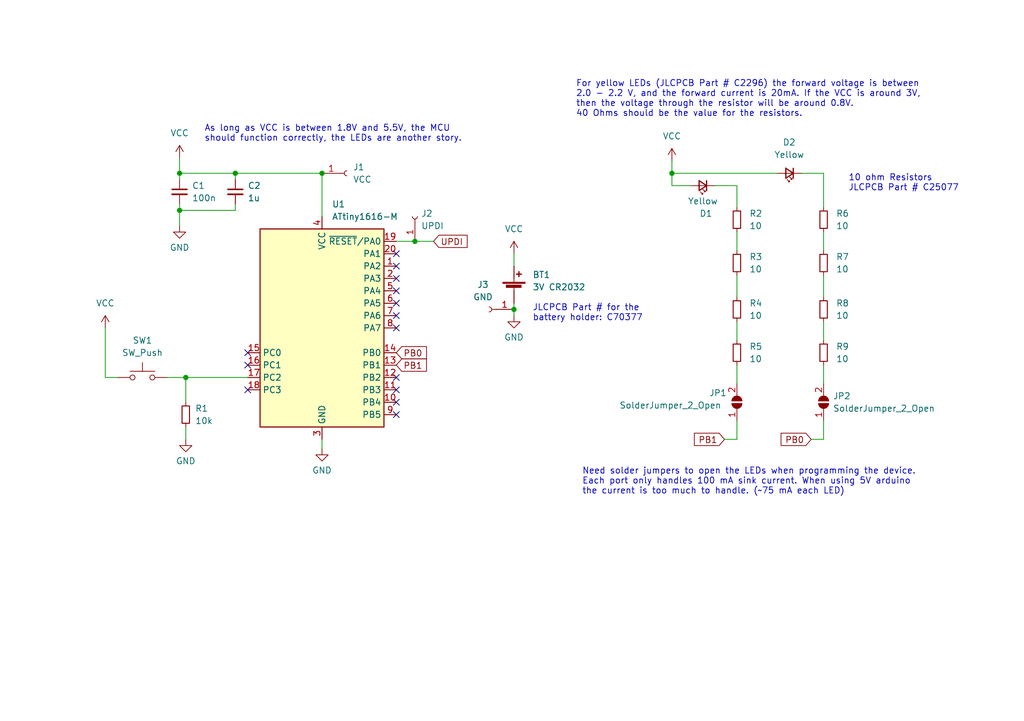
<source format=kicad_sch>
(kicad_sch (version 20211123) (generator eeschema)
  (paper "A5")
  (title_block (title "tiny-osean") (date "2022-06-20") (rev "A") (company "gluonsmx"))
  (lib_symbols
    (symbol "Connector:Conn_01x01_Female" (pin_names (offset 1.016) hide)
      (property "Reference" "J" (at 0 2.54 0))
      (property "Value" "Conn_01x01_Female" (at 0 -2.54 0))
      (symbol "Conn_01x01_Female_1_1"
        (polyline (pts (xy -1.27 0) (xy -0.508 0)) (stroke (width 0.1524)))
        (arc (start 0 0.508) (mid -0.508 0) (end 0 -0.508) (stroke (width 0.1524)))
        (pin passive line (at -5.08 0 0) (length 3.81) (name "Pin_1") (number "1"))
      )
    )
    (symbol "Device:Battery_Cell" (pin_numbers hide) (pin_names (offset 0) hide)
      (property "Reference" "BT" (at 2.54 2.54 0))
      (property "Value" "Battery_Cell" (at 2.54 0 0))
      (symbol "Battery_Cell_0_1"
        (rectangle (start -2.286 1.778) (end 2.286 1.524) (fill (type outline)))
        (rectangle (start -1.5748 1.1938) (end 1.4732 0.6858) (fill (type outline)))
        (polyline (pts (xy 0 0.762) (xy 0 0)))
        (polyline (pts (xy 0 1.778) (xy 0 2.54)))
        (polyline (pts (xy 0.508 3.429) (xy 1.524 3.429)) (stroke (width 0.254)))
        (polyline (pts (xy 1.016 3.937) (xy 1.016 2.921)) (stroke (width 0.254)))
      )
      (symbol "Battery_Cell_1_1"
        (pin passive line (at 0 5.08 270) (length 2.54) (name "+") (number "1"))
        (pin passive line (at 0 -2.54 90) (length 2.54) (name "-") (number "2"))
      )
    )
    (symbol "Device:C_Small" (pin_numbers hide) (pin_names (offset 0.254) hide)
      (property "Reference" "C" (at 0.254 1.778 0))
      (property "Value" "C_Small" (at 0.254 -2.032 0))
      (symbol "C_Small_0_1"
        (polyline (pts (xy -1.524 -0.508) (xy 1.524 -0.508)) (stroke (width 0.3302)))
        (polyline (pts (xy -1.524 0.508) (xy 1.524 0.508)) (stroke (width 0.3048)))
      )
      (symbol "C_Small_1_1"
        (pin passive line (at 0 2.54 270) (length 2.032) (name "~") (number "1"))
        (pin passive line (at 0 -2.54 90) (length 2.032) (name "~") (number "2"))
      )
    )
    (symbol "Device:LED_Small" (pin_numbers hide) (pin_names (offset 0.254) hide)
      (property "Reference" "D" (at -1.27 3.175 0))
      (property "Value" "LED_Small" (at -4.445 -2.54 0))
      (symbol "LED_Small_0_1"
        (polyline (pts (xy -0.762 -1.016) (xy -0.762 1.016)) (stroke (width 0.254)))
        (polyline (pts (xy 1.016 0) (xy -0.762 0)))
        (polyline (pts (xy 0.762 -1.016) (xy -0.762 0) (xy 0.762 1.016) (xy 0.762 -1.016)) (stroke (width 0.254)))
        (polyline (pts (xy 0 0.762) (xy -0.508 1.27) (xy -0.254 1.27) (xy -0.508 1.27) (xy -0.508 1.016)))
        (polyline (pts (xy 0.508 1.27) (xy 0 1.778) (xy 0.254 1.778) (xy 0 1.778) (xy 0 1.524)))
      )
      (symbol "LED_Small_1_1"
        (pin passive line (at -2.54 0 0) (length 1.778) (name "K") (number "1"))
        (pin passive line (at 2.54 0 180) (length 1.778) (name "A") (number "2"))
      )
    )
    (symbol "Device:R_Small" (pin_numbers hide) (pin_names (offset 0.254) hide)
      (property "Reference" "R" (at 0.762 0.508 0))
      (property "Value" "R_Small" (at 0.762 -1.016 0))
      (symbol "R_Small_0_1"
        (rectangle (start -0.762 1.778) (end 0.762 -1.778) (stroke (width 0.2032)))
      )
      (symbol "R_Small_1_1"
        (pin passive line (at 0 2.54 270) (length 0.762) (name "~") (number "1"))
        (pin passive line (at 0 -2.54 90) (length 0.762) (name "~") (number "2"))
      )
    )
    (symbol "Jumper:SolderJumper_2_Open" (pin_names (offset 0) hide)
      (property "Reference" "JP" (at 0 2.032 0))
      (property "Value" "SolderJumper_2_Open" (at 0 -2.54 0))
      (symbol "SolderJumper_2_Open_0_1"
        (arc (start -0.254 1.016) (mid -1.27 0) (end -0.254 -1.016))
        (arc (start -0.254 1.016) (mid -1.27 0) (end -0.254 -1.016) (fill (type outline)))
        (polyline (pts (xy -0.254 1.016) (xy -0.254 -1.016)))
        (polyline (pts (xy 0.254 1.016) (xy 0.254 -1.016)))
        (arc (start 0.254 -1.016) (mid 1.27 0) (end 0.254 1.016))
        (arc (start 0.254 -1.016) (mid 1.27 0) (end 0.254 1.016) (fill (type outline)))
      )
      (symbol "SolderJumper_2_Open_1_1"
        (pin passive line (at -3.81 0 0) (length 2.54) (name "A") (number "1"))
        (pin passive line (at 3.81 0 180) (length 2.54) (name "B") (number "2"))
      )
    )
    (symbol "MCU_Microchip_ATtiny:ATtiny816-M"
      (property "Reference" "U" (at -12.7 21.59 0))
      (property "Value" "ATtiny816-M" (at 2.54 -21.59 0))
      (symbol "ATtiny816-M_0_1"
        (rectangle (start -12.7 -20.32) (end 12.7 20.32) (stroke (width 0.254)) (fill (type background)))
      )
      (symbol "ATtiny816-M_1_1"
        (pin bidirectional line (at 15.24 12.7 180) (length 2.54) (name "PA2") (number "1"))
        (pin bidirectional line (at 15.24 -15.24 180) (length 2.54) (name "PB4") (number "10"))
        (pin bidirectional line (at 15.24 -12.7 180) (length 2.54) (name "PB3") (number "11"))
        (pin bidirectional line (at 15.24 -10.16 180) (length 2.54) (name "PB2") (number "12"))
        (pin bidirectional line (at 15.24 -7.62 180) (length 2.54) (name "PB1") (number "13"))
        (pin bidirectional line (at 15.24 -5.08 180) (length 2.54) (name "PB0") (number "14"))
        (pin bidirectional line (at -15.24 -5.08 0) (length 2.54) (name "PC0") (number "15"))
        (pin bidirectional line (at -15.24 -7.62 0) (length 2.54) (name "PC1") (number "16"))
        (pin bidirectional line (at -15.24 -10.16 0) (length 2.54) (name "PC2") (number "17"))
        (pin bidirectional line (at -15.24 -12.7 0) (length 2.54) (name "PC3") (number "18"))
        (pin bidirectional line (at 15.24 17.78 180) (length 2.54) (name "~{RESET}/PA0") (number "19"))
        (pin bidirectional line (at 15.24 10.16 180) (length 2.54) (name "PA3") (number "2"))
        (pin bidirectional line (at 15.24 15.24 180) (length 2.54) (name "PA1") (number "20"))
        (pin passive line (at 0 -22.86 90) (length 2.54) hide (name "GND") (number "21"))
        (pin power_in line (at 0 -22.86 90) (length 2.54) (name "GND") (number "3"))
        (pin power_in line (at 0 22.86 270) (length 2.54) (name "VCC") (number "4"))
        (pin bidirectional line (at 15.24 7.62 180) (length 2.54) (name "PA4") (number "5"))
        (pin bidirectional line (at 15.24 5.08 180) (length 2.54) (name "PA5") (number "6"))
        (pin bidirectional line (at 15.24 2.54 180) (length 2.54) (name "PA6") (number "7"))
        (pin bidirectional line (at 15.24 0 180) (length 2.54) (name "PA7") (number "8"))
        (pin bidirectional line (at 15.24 -17.78 180) (length 2.54) (name "PB5") (number "9"))
      )
    )
    (symbol "Switch:SW_Push" (pin_numbers hide) (pin_names (offset 1.016) hide)
      (property "Reference" "SW" (at 1.27 2.54 0))
      (property "Value" "SW_Push" (at 0 -1.524 0))
      (symbol "SW_Push_0_1"
        (circle (center -2.032 0) (radius 0.508))
        (polyline (pts (xy 0 1.27) (xy 0 3.048)))
        (polyline (pts (xy 2.54 1.27) (xy -2.54 1.27)))
        (circle (center 2.032 0) (radius 0.508))
        (pin passive line (at -5.08 0 0) (length 2.54) (name "1") (number "1"))
        (pin passive line (at 5.08 0 180) (length 2.54) (name "2") (number "2"))
      )
    )
    (symbol "power:GND" (power) (pin_names (offset 0))
      (property "Value" "GND" (at 0 -3.81 0))
      (symbol "GND_0_1"
        (polyline (pts (xy 0 0) (xy 0 -1.27) (xy 1.27 -1.27) (xy 0 -2.54) (xy -1.27 -1.27) (xy 0 -1.27)))
      )
      (symbol "GND_1_1"
        (pin power_in line (at 0 0 270) (length 0) hide (name "GND") (number "1"))
      )
    )
    (symbol "power:VCC" (power) (pin_names (offset 0))
      (property "Value" "VCC" (at 0 3.81 0))
      (symbol "VCC_0_1"
        (polyline (pts (xy -0.762 1.27) (xy 0 2.54)))
        (polyline (pts (xy 0 0) (xy 0 2.54)))
        (polyline (pts (xy 0 2.54) (xy 0.762 1.27)))
      )
      (symbol "VCC_1_1"
        (pin power_in line (at 0 0 90) (length 0) hide (name "VCC") (number "1"))
      )
    )
  )
  (junction (at 38.1 77.47))
  (junction (at 36.83 43.18))
  (junction (at 137.795 35.56))
  (junction (at 48.26 35.56))
  (junction (at 36.83 35.56))
  (junction (at 66.04 35.56))
  (junction (at 85.09 49.53))
  (junction (at 105.41 63.5))
  (no_connect (at 50.8 74.93))
  (no_connect (at 50.8 72.39))
  (no_connect (at 50.8 80.01))
  (no_connect (at 81.28 57.15))
  (no_connect (at 81.28 52.07))
  (no_connect (at 81.28 54.61))
  (no_connect (at 81.28 77.47))
  (no_connect (at 81.28 85.09))
  (no_connect (at 81.28 80.01))
  (no_connect (at 81.28 82.55))
  (no_connect (at 81.28 67.31))
  (no_connect (at 81.28 59.69))
  (no_connect (at 81.28 62.23))
  (no_connect (at 81.28 64.77))
  (wire (pts (xy 36.83 32.385) (xy 36.83 35.56)))
  (wire (pts (xy 151.13 47.625) (xy 151.13 51.435)))
  (wire (pts (xy 36.83 41.91) (xy 36.83 43.18)))
  (wire (pts (xy 85.09 49.53) (xy 81.28 49.53)))
  (wire (pts (xy 36.83 35.56) (xy 48.26 35.56)))
  (wire (pts (xy 48.26 43.18) (xy 48.26 41.91)))
  (wire (pts (xy 151.13 86.36) (xy 151.13 90.17)))
  (wire (pts (xy 151.13 74.93) (xy 151.13 78.74)))
  (wire (pts (xy 105.41 63.5) (xy 105.41 64.77)))
  (wire (pts (xy 66.04 35.56) (xy 48.26 35.56)))
  (wire (pts (xy 168.91 86.36) (xy 168.91 90.17)))
  (wire (pts (xy 151.13 66.04) (xy 151.13 69.85)))
  (wire (pts (xy 66.04 90.17) (xy 66.04 92.075)))
  (wire (pts (xy 105.41 52.07) (xy 105.41 54.61)))
  (wire (pts (xy 36.83 43.18) (xy 36.83 46.355)))
  (wire (pts (xy 168.91 35.56) (xy 168.91 42.545)))
  (wire (pts (xy 146.685 38.1) (xy 151.13 38.1)))
  (wire (pts (xy 48.26 35.56) (xy 48.26 36.83)))
  (wire (pts (xy 36.83 36.83) (xy 36.83 35.56)))
  (wire (pts (xy 168.91 56.515) (xy 168.91 60.96)))
  (wire (pts (xy 137.795 38.1) (xy 137.795 35.56)))
  (wire (pts (xy 168.91 90.17) (xy 166.37 90.17)))
  (wire (pts (xy 105.41 62.23) (xy 105.41 63.5)))
  (wire (pts (xy 137.795 35.56) (xy 137.795 33.02)))
  (wire (pts (xy 168.91 74.93) (xy 168.91 78.74)))
  (wire (pts (xy 151.13 38.1) (xy 151.13 42.545)))
  (wire (pts (xy 151.13 90.17) (xy 148.59 90.17)))
  (wire (pts (xy 36.83 43.18) (xy 48.26 43.18)))
  (wire (pts (xy 168.91 47.625) (xy 168.91 51.435)))
  (wire (pts (xy 85.09 49.53) (xy 88.9 49.53)))
  (wire (pts (xy 66.04 44.45) (xy 66.04 35.56)))
  (wire (pts (xy 141.605 38.1) (xy 137.795 38.1)))
  (wire (pts (xy 38.1 82.55) (xy 38.1 77.47)))
  (wire (pts (xy 38.1 87.63) (xy 38.1 90.17)))
  (wire (pts (xy 21.59 67.31) (xy 21.59 77.47)))
  (wire (pts (xy 137.795 35.56) (xy 159.385 35.56)))
  (wire (pts (xy 168.91 66.04) (xy 168.91 69.85)))
  (wire (pts (xy 38.1 77.47) (xy 50.8 77.47)))
  (wire (pts (xy 21.59 77.47) (xy 24.13 77.47)))
  (wire (pts (xy 151.13 56.515) (xy 151.13 60.96)))
  (wire (pts (xy 34.29 77.47) (xy 38.1 77.47)))
  (wire (pts (xy 164.465 35.56) (xy 168.91 35.56)))
  (text "10 ohm Resistors\nJLCPCB Part # C25077" (at 173.99 39.37 0) (effects (font (size 1.27 1.27)) (justify left bottom)))
  (text "For yellow LEDs (JLCPCB Part # C2296) the forward voltage is between \n2.0 - 2.2 V, and the forward current is 20mA. If the VCC is around 3V, \nthen the voltage through the resistor will be around 0.8V.\n40 Ohms should be the value for the resistors." (at 118.11 24.13 0) (effects (font (size 1.27 1.27)) (justify left bottom)))
  (text "JLCPCB Part # for the \nbattery holder: C70377" (at 109.22 66.04 0) (effects (font (size 1.27 1.27)) (justify left bottom)))
  (text "As long as VCC is between 1.8V and 5.5V, the MCU\nshould function correctly, the LEDs are another story." (at 41.91 29.21 0) (effects (font (size 1.27 1.27)) (justify left bottom)))
  (text "Need solder jumpers to open the LEDs when programming the device.\nEach port only handles 100 mA sink current. When using 5V arduino\nthe current is too much to handle. (~75 mA each LED)" (at 119.38 101.6 0) (effects (font (size 1.27 1.27)) (justify left bottom)))
  (global_label "PB1" (shape input) (at 148.59 90.17 180) (property "Intersheet References" "${INTERSHEET_REFS}" (effects hide)))
  (global_label "PB1" (shape input) (at 81.28 74.93 0) (property "Intersheet References" "${INTERSHEET_REFS}" (effects hide)))
  (global_label "UPDI" (shape input) (at 88.9 49.53 0) (property "Intersheet References" "${INTERSHEET_REFS}" (effects hide)))
  (global_label "PB0" (shape input) (at 81.28 72.39 0) (property "Intersheet References" "${INTERSHEET_REFS}" (effects hide)))
  (global_label "PB0" (shape input) (at 166.37 90.17 180) (property "Intersheet References" "${INTERSHEET_REFS}" (effects hide)))
  (symbol (lib_id "Jumper:SolderJumper_2_Open") (at 168.91 82.55 90) (unit 1)
    (property "Reference" "JP2" (at 170.815 81.2799 90) (effects (justify right)))
    (property "Value" "SolderJumper_2_Open" (at 170.815 83.8199 90) (effects (justify right)))
    (property "Footprint" "Jumper:SolderJumper-2_P1.3mm_Open_TrianglePad1.0x1.5mm" (effects hide))
  )
  (symbol (lib_id "Switch:SW_Push") (at 29.21 77.47 0) (unit 1)
    (property "Reference" "SW1" (at 29.21 69.85 0))
    (property "Value" "SW_Push" (at 29.21 72.39 0))
    (property "Footprint" "Button_Switch_SMD:SW_Push_1P1T_NO_CK_KSC6xxJ" (effects hide))
    (property "LCSC" "C318884" (effects hide))
  )
  (symbol (lib_id "Device:C_Small") (at 36.83 39.37 0) (unit 1)
    (property "Reference" "C1" (at 39.37 38.1062 0) (effects (justify left)))
    (property "Value" "100n" (at 39.37 40.6462 0) (effects (justify left)))
    (property "Footprint" "Capacitor_SMD:C_0402_1005Metric" (effects hide))
    (property "LCSC" "C307331" (effects hide))
  )
  (symbol (lib_id "Device:R_Small") (at 168.91 72.39 0) (unit 1)
    (property "Reference" "R9" (at 171.45 71.1199 0) (effects (justify left)))
    (property "Value" "10" (at 171.45 73.6599 0) (effects (justify left)))
    (property "Footprint" "Resistor_SMD:R_0402_1005Metric" (effects hide))
    (property "LCSC" "C25077" (effects hide))
  )
  (symbol (lib_id "power:GND") (at 36.83 46.355 0) (unit 1)
    (property "Reference" "#PWR03" (effects hide))
    (property "Value" "GND" (at 36.83 50.8 0))
  )
  (symbol (lib_id "power:VCC") (at 21.59 67.31 0) (unit 1)
    (property "Reference" "#PWR01" (effects hide))
    (property "Value" "VCC" (at 21.59 62.23 0))
  )
  (symbol (lib_id "Device:Battery_Cell") (at 105.41 59.69 0) (unit 1)
    (property "Reference" "BT1" (at 109.22 56.3879 0) (effects (justify left)))
    (property "Value" "3V CR2032" (at 109.22 58.9279 0) (effects (justify left)))
    (property "Footprint" "tiny-osean:CR2032 Holder" (effects hide))
    (property "LCSC" "C70377" (effects hide))
  )
  (symbol (lib_id "Device:R_Small") (at 151.13 45.085 0) (unit 1)
    (property "Reference" "R2" (at 153.67 43.8149 0) (effects (justify left)))
    (property "Value" "10" (at 153.67 46.3549 0) (effects (justify left)))
    (property "Footprint" "Resistor_SMD:R_0402_1005Metric" (effects hide))
    (property "LCSC" "C25077" (effects hide))
  )
  (symbol (lib_id "Device:C_Small") (at 48.26 39.37 0) (unit 1)
    (property "Reference" "C2" (at 50.8 38.1062 0) (effects (justify left)))
    (property "Value" "1u" (at 50.8 40.6462 0) (effects (justify left)))
    (property "Footprint" "Capacitor_SMD:C_0603_1608Metric" (effects hide))
    (property "LCSC" "C15849" (effects hide))
  )
  (symbol (lib_id "MCU_Microchip_ATtiny:ATtiny816-M") (at 66.04 67.31 0) (unit 1)
    (property "Reference" "U1" (at 68.0594 41.91 0) (effects (justify left)))
    (property "Value" "ATtiny1616-M" (at 68.0594 44.45 0) (effects (justify left)))
    (property "Footprint" "Package_DFN_QFN:VQFN-20-1EP_3x3mm_P0.4mm_EP1.7x1.7mm" (effects hide))
    (property "Datasheet" "http://ww1.microchip.com/downloads/en/DeviceDoc/40001913A.pdf" (effects hide))
    (property "LCSC" "C507118" (effects hide))
  )
  (symbol (lib_id "power:VCC") (at 36.83 32.385 0) (unit 1)
    (property "Reference" "#PWR02" (effects hide))
    (property "Value" "VCC" (at 36.83 27.305 0))
  )
  (symbol (lib_id "power:GND") (at 38.1 90.17 0) (unit 1)
    (property "Reference" "#PWR04" (effects hide))
    (property "Value" "GND" (at 38.1 94.615 0))
  )
  (symbol (lib_id "Jumper:SolderJumper_2_Open") (at 151.13 82.55 90) (unit 1)
    (property "Reference" "JP1" (at 145.415 80.645 90) (effects (justify right)))
    (property "Value" "SolderJumper_2_Open" (at 127 83.185 90) (effects (justify right)))
    (property "Footprint" "Jumper:SolderJumper-2_P1.3mm_Open_TrianglePad1.0x1.5mm" (effects hide))
  )
  (symbol (lib_id "power:GND") (at 105.41 64.77 0) (unit 1)
    (property "Reference" "#PWR0102" (effects hide))
    (property "Value" "GND" (at 105.41 69.215 0))
  )
  (symbol (lib_id "Connector:Conn_01x01_Female") (at 85.09 44.45 90) (unit 1)
    (property "Reference" "J2" (at 86.36 43.8149 90) (effects (justify right)))
    (property "Value" "UPDI" (at 86.36 46.3549 90) (effects (justify right)))
    (property "Footprint" "Connector_PinHeader_2.54mm:PinHeader_1x01_P2.54mm_Vertical" (effects hide))
  )
  (symbol (lib_id "power:VCC") (at 105.41 52.07 0) (unit 1)
    (property "Reference" "#PWR0101" (effects hide))
    (property "Value" "VCC" (at 105.41 46.99 0))
  )
  (symbol (lib_id "Device:R_Small") (at 151.13 53.975 0) (unit 1)
    (property "Reference" "R3" (at 153.67 52.7049 0) (effects (justify left)))
    (property "Value" "10" (at 153.67 55.2449 0) (effects (justify left)))
    (property "Footprint" "Resistor_SMD:R_0402_1005Metric" (effects hide))
    (property "LCSC" "C25077" (effects hide))
  )
  (symbol (lib_id "Connector:Conn_01x01_Female") (at 100.33 63.5 180) (unit 1)
    (property "Reference" "J3" (at 99.06 58.42 0))
    (property "Value" "GND" (at 99.06 60.96 0))
    (property "Footprint" "Connector_PinHeader_2.54mm:PinHeader_1x01_P2.54mm_Vertical" (effects hide))
  )
  (symbol (lib_id "power:GND") (at 66.04 92.075 0) (unit 1)
    (property "Reference" "#PWR05" (effects hide))
    (property "Value" "GND" (at 66.04 96.52 0))
  )
  (symbol (lib_id "Device:R_Small") (at 38.1 85.09 0) (unit 1)
    (property "Reference" "R1" (at 40.005 83.8199 0) (effects (justify left)))
    (property "Value" "10k" (at 40.005 86.3599 0) (effects (justify left)))
    (property "Footprint" "Resistor_SMD:R_0603_1608Metric" (effects hide))
    (property "LCSC" "C25804" (effects hide))
  )
  (symbol (lib_id "Device:LED_Small") (at 144.145 38.1 180) (unit 1)
    (property "Reference" "D1" (at 144.78 43.815 0))
    (property "Value" "Yellow" (at 144.145 41.275 0))
    (property "Footprint" "Capacitor_SMD:C_0805_2012Metric_Pad1.18x1.45mm_HandSolder" (effects hide))
    (property "LCSC" "C2296" (effects hide))
  )
  (symbol (lib_id "Device:R_Small") (at 168.91 53.975 0) (unit 1)
    (property "Reference" "R7" (at 171.45 52.7049 0) (effects (justify left)))
    (property "Value" "10" (at 171.45 55.2449 0) (effects (justify left)))
    (property "Footprint" "Resistor_SMD:R_0402_1005Metric" (effects hide))
    (property "LCSC" "C25077" (effects hide))
  )
  (symbol (lib_id "Connector:Conn_01x01_Female") (at 71.12 35.56 0) (unit 1)
    (property "Reference" "J1" (at 72.39 34.2899 0) (effects (justify left)))
    (property "Value" "VCC" (at 72.39 36.8299 0) (effects (justify left)))
    (property "Footprint" "Connector_PinHeader_2.54mm:PinHeader_1x01_P2.54mm_Vertical" (effects hide))
  )
  (symbol (lib_id "Device:R_Small") (at 151.13 72.39 0) (unit 1)
    (property "Reference" "R5" (at 153.67 71.1199 0) (effects (justify left)))
    (property "Value" "10" (at 153.67 73.6599 0) (effects (justify left)))
    (property "Footprint" "Resistor_SMD:R_0402_1005Metric" (effects hide))
    (property "LCSC" "C25077" (effects hide))
  )
  (symbol (lib_id "Device:R_Small") (at 168.91 63.5 0) (unit 1)
    (property "Reference" "R8" (at 171.45 62.2299 0) (effects (justify left)))
    (property "Value" "10" (at 171.45 64.7699 0) (effects (justify left)))
    (property "Footprint" "Resistor_SMD:R_0402_1005Metric" (effects hide))
    (property "LCSC" "C25077" (effects hide))
  )
  (symbol (lib_id "Device:R_Small") (at 168.91 45.085 0) (unit 1)
    (property "Reference" "R6" (at 171.45 43.8149 0) (effects (justify left)))
    (property "Value" "10" (at 171.45 46.3549 0) (effects (justify left)))
    (property "Footprint" "Resistor_SMD:R_0402_1005Metric" (effects hide))
    (property "LCSC" "C25077" (effects hide))
  )
  (symbol (lib_id "Device:LED_Small") (at 161.925 35.56 180) (unit 1)
    (property "Reference" "D2" (at 161.8615 29.21 0))
    (property "Value" "Yellow" (at 161.8615 31.75 0))
    (property "Footprint" "Capacitor_SMD:C_0805_2012Metric_Pad1.18x1.45mm_HandSolder" (effects hide))
    (property "LCSC" "C2296" (effects hide))
  )
  (symbol (lib_id "power:VCC") (at 137.795 33.02 0) (unit 1)
    (property "Reference" "#PWR06" (effects hide))
    (property "Value" "VCC" (at 137.795 27.94 0))
  )
  (symbol (lib_id "Device:R_Small") (at 151.13 63.5 0) (unit 1)
    (property "Reference" "R4" (at 153.67 62.2299 0) (effects (justify left)))
    (property "Value" "10" (at 153.67 64.7699 0) (effects (justify left)))
    (property "Footprint" "Resistor_SMD:R_0402_1005Metric" (effects hide))
    (property "LCSC" "C25077" (effects hide))
  )
)
</source>
